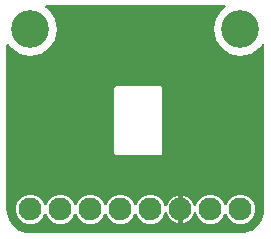
<source format=gbr>
G04 EAGLE Gerber RS-274X export*
G75*
%MOMM*%
%FSLAX34Y34*%
%LPD*%
%INBottom Copper*%
%IPPOS*%
%AMOC8*
5,1,8,0,0,1.08239X$1,22.5*%
G01*
%ADD10C,3.200000*%
%ADD11C,1.930400*%
%ADD12C,0.908000*%
%ADD13C,0.254000*%

G36*
X203222Y5083D02*
X203222Y5083D01*
X203300Y5085D01*
X206280Y5319D01*
X206347Y5333D01*
X206416Y5337D01*
X206572Y5377D01*
X212241Y7219D01*
X212348Y7270D01*
X212459Y7313D01*
X212510Y7346D01*
X212529Y7355D01*
X212544Y7368D01*
X212595Y7399D01*
X217416Y10903D01*
X217503Y10984D01*
X217595Y11060D01*
X217633Y11106D01*
X217648Y11120D01*
X217659Y11138D01*
X217697Y11184D01*
X221201Y16005D01*
X221258Y16110D01*
X221321Y16210D01*
X221344Y16266D01*
X221354Y16284D01*
X221359Y16304D01*
X221381Y16359D01*
X223223Y22028D01*
X223236Y22096D01*
X223258Y22161D01*
X223281Y22320D01*
X223515Y25300D01*
X223515Y25305D01*
X223516Y25308D01*
X223515Y25327D01*
X223519Y25400D01*
X223519Y163995D01*
X223506Y164098D01*
X223502Y164203D01*
X223486Y164255D01*
X223479Y164310D01*
X223441Y164407D01*
X223411Y164507D01*
X223383Y164555D01*
X223362Y164606D01*
X223301Y164690D01*
X223247Y164780D01*
X223208Y164819D01*
X223176Y164863D01*
X223095Y164930D01*
X223021Y165003D01*
X222973Y165031D01*
X222931Y165066D01*
X222836Y165111D01*
X222746Y165163D01*
X222693Y165178D01*
X222643Y165202D01*
X222540Y165221D01*
X222440Y165250D01*
X222385Y165251D01*
X222331Y165261D01*
X222226Y165255D01*
X222122Y165257D01*
X222068Y165245D01*
X222013Y165242D01*
X221914Y165209D01*
X221812Y165186D01*
X221763Y165161D01*
X221711Y165144D01*
X221622Y165088D01*
X221530Y165040D01*
X221488Y165003D01*
X221442Y164973D01*
X221370Y164897D01*
X221292Y164828D01*
X221239Y164757D01*
X221224Y164742D01*
X221217Y164729D01*
X221195Y164700D01*
X219234Y161766D01*
X211878Y156850D01*
X203200Y155124D01*
X194522Y156850D01*
X187166Y161766D01*
X182250Y169122D01*
X180524Y177800D01*
X182250Y186478D01*
X187166Y193834D01*
X190100Y195795D01*
X190179Y195863D01*
X190263Y195924D01*
X190298Y195967D01*
X190340Y196003D01*
X190399Y196089D01*
X190466Y196169D01*
X190489Y196219D01*
X190521Y196265D01*
X190557Y196363D01*
X190602Y196457D01*
X190612Y196511D01*
X190631Y196563D01*
X190642Y196667D01*
X190661Y196770D01*
X190658Y196825D01*
X190664Y196879D01*
X190648Y196983D01*
X190642Y197087D01*
X190625Y197139D01*
X190616Y197194D01*
X190576Y197290D01*
X190544Y197389D01*
X190514Y197436D01*
X190493Y197487D01*
X190429Y197570D01*
X190373Y197658D01*
X190333Y197696D01*
X190300Y197740D01*
X190218Y197805D01*
X190142Y197876D01*
X190094Y197903D01*
X190050Y197937D01*
X189955Y197979D01*
X189863Y198030D01*
X189810Y198043D01*
X189759Y198066D01*
X189656Y198083D01*
X189555Y198109D01*
X189467Y198115D01*
X189446Y198118D01*
X189431Y198117D01*
X189395Y198119D01*
X39205Y198119D01*
X39102Y198106D01*
X38997Y198102D01*
X38945Y198086D01*
X38890Y198079D01*
X38793Y198041D01*
X38693Y198011D01*
X38645Y197983D01*
X38594Y197962D01*
X38510Y197901D01*
X38420Y197847D01*
X38381Y197808D01*
X38337Y197776D01*
X38270Y197695D01*
X38197Y197621D01*
X38169Y197573D01*
X38134Y197531D01*
X38089Y197436D01*
X38037Y197346D01*
X38022Y197293D01*
X37998Y197243D01*
X37979Y197140D01*
X37950Y197040D01*
X37949Y196985D01*
X37939Y196931D01*
X37945Y196826D01*
X37943Y196722D01*
X37955Y196668D01*
X37958Y196613D01*
X37991Y196514D01*
X38014Y196412D01*
X38039Y196363D01*
X38056Y196311D01*
X38112Y196222D01*
X38160Y196130D01*
X38197Y196088D01*
X38227Y196042D01*
X38303Y195970D01*
X38372Y195892D01*
X38443Y195839D01*
X38458Y195824D01*
X38471Y195817D01*
X38500Y195795D01*
X41434Y193834D01*
X46350Y186478D01*
X48076Y177800D01*
X46350Y169122D01*
X41434Y161766D01*
X34078Y156850D01*
X25400Y155124D01*
X16722Y156850D01*
X9366Y161766D01*
X7405Y164700D01*
X7337Y164779D01*
X7276Y164863D01*
X7233Y164898D01*
X7197Y164940D01*
X7111Y164999D01*
X7031Y165066D01*
X6981Y165089D01*
X6935Y165121D01*
X6837Y165157D01*
X6743Y165202D01*
X6689Y165212D01*
X6637Y165231D01*
X6533Y165242D01*
X6430Y165261D01*
X6375Y165258D01*
X6321Y165264D01*
X6217Y165248D01*
X6113Y165242D01*
X6061Y165225D01*
X6006Y165216D01*
X5910Y165176D01*
X5811Y165144D01*
X5764Y165114D01*
X5713Y165093D01*
X5630Y165029D01*
X5542Y164973D01*
X5504Y164933D01*
X5460Y164900D01*
X5395Y164818D01*
X5324Y164742D01*
X5297Y164694D01*
X5263Y164650D01*
X5221Y164555D01*
X5170Y164463D01*
X5157Y164410D01*
X5134Y164359D01*
X5117Y164256D01*
X5091Y164155D01*
X5085Y164067D01*
X5082Y164046D01*
X5083Y164031D01*
X5081Y163995D01*
X5081Y25400D01*
X5083Y25378D01*
X5085Y25300D01*
X5319Y22320D01*
X5333Y22253D01*
X5337Y22184D01*
X5377Y22028D01*
X7219Y16359D01*
X7270Y16252D01*
X7313Y16141D01*
X7346Y16090D01*
X7355Y16071D01*
X7368Y16056D01*
X7399Y16005D01*
X10903Y11184D01*
X10984Y11097D01*
X11060Y11005D01*
X11106Y10967D01*
X11120Y10952D01*
X11138Y10941D01*
X11184Y10903D01*
X16005Y7399D01*
X16110Y7342D01*
X16210Y7279D01*
X16266Y7256D01*
X16284Y7246D01*
X16304Y7241D01*
X16359Y7219D01*
X22028Y5377D01*
X22096Y5364D01*
X22161Y5342D01*
X22320Y5319D01*
X25300Y5085D01*
X25322Y5086D01*
X25400Y5081D01*
X203200Y5081D01*
X203222Y5083D01*
G37*
%LPC*%
G36*
X22975Y13207D02*
X22975Y13207D01*
X18493Y15063D01*
X15063Y18493D01*
X13207Y22975D01*
X13207Y27825D01*
X15063Y32307D01*
X18493Y35737D01*
X22975Y37593D01*
X27825Y37593D01*
X32307Y35737D01*
X35737Y32307D01*
X36927Y29432D01*
X36996Y29311D01*
X37061Y29188D01*
X37075Y29173D01*
X37085Y29155D01*
X37182Y29055D01*
X37275Y28953D01*
X37292Y28941D01*
X37306Y28927D01*
X37424Y28854D01*
X37541Y28778D01*
X37560Y28771D01*
X37577Y28761D01*
X37710Y28720D01*
X37842Y28675D01*
X37862Y28673D01*
X37881Y28667D01*
X38020Y28660D01*
X38159Y28649D01*
X38179Y28653D01*
X38199Y28652D01*
X38335Y28680D01*
X38472Y28704D01*
X38491Y28712D01*
X38510Y28716D01*
X38635Y28777D01*
X38762Y28834D01*
X38778Y28847D01*
X38796Y28856D01*
X38902Y28946D01*
X39010Y29033D01*
X39023Y29049D01*
X39038Y29062D01*
X39118Y29176D01*
X39202Y29287D01*
X39214Y29312D01*
X39221Y29322D01*
X39228Y29342D01*
X39273Y29432D01*
X40463Y32307D01*
X43893Y35737D01*
X48375Y37593D01*
X53225Y37593D01*
X57707Y35737D01*
X61137Y32307D01*
X62327Y29432D01*
X62396Y29311D01*
X62461Y29188D01*
X62475Y29173D01*
X62485Y29155D01*
X62582Y29055D01*
X62675Y28953D01*
X62692Y28941D01*
X62706Y28927D01*
X62824Y28854D01*
X62941Y28778D01*
X62960Y28771D01*
X62977Y28761D01*
X63110Y28720D01*
X63242Y28675D01*
X63262Y28673D01*
X63281Y28667D01*
X63420Y28660D01*
X63559Y28649D01*
X63579Y28653D01*
X63599Y28652D01*
X63735Y28680D01*
X63872Y28704D01*
X63891Y28712D01*
X63910Y28716D01*
X64035Y28777D01*
X64162Y28834D01*
X64178Y28847D01*
X64196Y28856D01*
X64302Y28946D01*
X64410Y29033D01*
X64423Y29049D01*
X64438Y29062D01*
X64518Y29176D01*
X64602Y29287D01*
X64614Y29312D01*
X64621Y29322D01*
X64628Y29342D01*
X64673Y29432D01*
X65863Y32307D01*
X69293Y35737D01*
X73775Y37593D01*
X78625Y37593D01*
X83107Y35737D01*
X86537Y32307D01*
X87727Y29432D01*
X87796Y29311D01*
X87861Y29188D01*
X87875Y29173D01*
X87885Y29155D01*
X87982Y29055D01*
X88075Y28953D01*
X88092Y28941D01*
X88106Y28927D01*
X88224Y28854D01*
X88341Y28778D01*
X88360Y28771D01*
X88377Y28761D01*
X88510Y28720D01*
X88642Y28675D01*
X88662Y28673D01*
X88681Y28667D01*
X88820Y28660D01*
X88959Y28649D01*
X88979Y28653D01*
X88999Y28652D01*
X89135Y28680D01*
X89272Y28704D01*
X89291Y28712D01*
X89310Y28716D01*
X89435Y28777D01*
X89562Y28834D01*
X89578Y28847D01*
X89596Y28856D01*
X89702Y28946D01*
X89810Y29033D01*
X89823Y29049D01*
X89838Y29062D01*
X89918Y29176D01*
X90002Y29287D01*
X90014Y29312D01*
X90021Y29322D01*
X90028Y29342D01*
X90073Y29432D01*
X91263Y32307D01*
X94693Y35737D01*
X99175Y37593D01*
X104025Y37593D01*
X108507Y35737D01*
X111937Y32307D01*
X113127Y29432D01*
X113196Y29311D01*
X113261Y29188D01*
X113275Y29173D01*
X113285Y29155D01*
X113382Y29055D01*
X113475Y28953D01*
X113492Y28941D01*
X113506Y28927D01*
X113624Y28854D01*
X113741Y28778D01*
X113760Y28771D01*
X113777Y28761D01*
X113910Y28720D01*
X114042Y28675D01*
X114062Y28673D01*
X114081Y28667D01*
X114220Y28660D01*
X114359Y28649D01*
X114379Y28653D01*
X114399Y28652D01*
X114535Y28680D01*
X114672Y28704D01*
X114691Y28712D01*
X114710Y28716D01*
X114835Y28777D01*
X114962Y28834D01*
X114978Y28847D01*
X114996Y28856D01*
X115102Y28946D01*
X115210Y29033D01*
X115223Y29049D01*
X115238Y29062D01*
X115318Y29176D01*
X115402Y29287D01*
X115414Y29312D01*
X115421Y29322D01*
X115428Y29342D01*
X115473Y29432D01*
X116663Y32307D01*
X120093Y35737D01*
X124575Y37593D01*
X129425Y37593D01*
X133907Y35737D01*
X137337Y32307D01*
X138834Y28691D01*
X138845Y28673D01*
X138850Y28657D01*
X138853Y28651D01*
X138858Y28637D01*
X138927Y28528D01*
X138992Y28415D01*
X139012Y28394D01*
X139028Y28368D01*
X139123Y28280D01*
X139213Y28187D01*
X139238Y28171D01*
X139260Y28151D01*
X139374Y28088D01*
X139484Y28020D01*
X139512Y28012D01*
X139539Y27997D01*
X139664Y27965D01*
X139788Y27927D01*
X139818Y27925D01*
X139847Y27918D01*
X139976Y27918D01*
X140106Y27912D01*
X140135Y27918D01*
X140165Y27918D01*
X140290Y27950D01*
X140417Y27976D01*
X140444Y27989D01*
X140473Y27996D01*
X140586Y28059D01*
X140703Y28116D01*
X140725Y28135D01*
X140752Y28149D01*
X140846Y28238D01*
X140945Y28322D01*
X140962Y28347D01*
X140984Y28367D01*
X141053Y28476D01*
X141063Y28491D01*
X141084Y28516D01*
X141091Y28529D01*
X141128Y28582D01*
X141138Y28610D01*
X141154Y28635D01*
X141214Y28785D01*
X141220Y28803D01*
X141220Y28804D01*
X141571Y29885D01*
X142406Y31524D01*
X143487Y33012D01*
X144788Y34313D01*
X146276Y35394D01*
X147915Y36229D01*
X149664Y36797D01*
X149901Y36835D01*
X149901Y26630D01*
X149916Y26512D01*
X149923Y26393D01*
X149935Y26355D01*
X149941Y26315D01*
X149984Y26204D01*
X150021Y26091D01*
X150043Y26057D01*
X150058Y26019D01*
X150127Y25923D01*
X150191Y25822D01*
X150221Y25794D01*
X150244Y25762D01*
X150336Y25686D01*
X150423Y25604D01*
X150458Y25585D01*
X150489Y25559D01*
X150597Y25508D01*
X150701Y25451D01*
X150741Y25441D01*
X150777Y25423D01*
X150884Y25403D01*
X150854Y25399D01*
X150744Y25355D01*
X150631Y25319D01*
X150596Y25297D01*
X150559Y25282D01*
X150462Y25212D01*
X150362Y25149D01*
X150334Y25119D01*
X150301Y25095D01*
X150225Y25004D01*
X150144Y24917D01*
X150124Y24882D01*
X150099Y24850D01*
X150048Y24743D01*
X149990Y24638D01*
X149980Y24599D01*
X149963Y24563D01*
X149941Y24446D01*
X149911Y24330D01*
X149907Y24270D01*
X149903Y24250D01*
X149905Y24230D01*
X149901Y24170D01*
X149901Y13965D01*
X149664Y14003D01*
X147915Y14571D01*
X146276Y15406D01*
X144788Y16487D01*
X143487Y17788D01*
X142406Y19276D01*
X141571Y20915D01*
X141214Y22015D01*
X141201Y22042D01*
X141194Y22071D01*
X141171Y22115D01*
X141169Y22120D01*
X141163Y22131D01*
X141133Y22186D01*
X141078Y22303D01*
X141059Y22326D01*
X141045Y22352D01*
X140958Y22448D01*
X140876Y22548D01*
X140852Y22566D01*
X140831Y22588D01*
X140723Y22659D01*
X140618Y22735D01*
X140591Y22746D01*
X140566Y22762D01*
X140443Y22804D01*
X140323Y22852D01*
X140293Y22856D01*
X140265Y22866D01*
X140136Y22876D01*
X140007Y22892D01*
X139978Y22888D01*
X139948Y22891D01*
X139820Y22869D01*
X139692Y22853D01*
X139664Y22842D01*
X139635Y22836D01*
X139517Y22783D01*
X139396Y22736D01*
X139372Y22718D01*
X139345Y22706D01*
X139244Y22625D01*
X139139Y22549D01*
X139120Y22526D01*
X139096Y22507D01*
X139018Y22404D01*
X138936Y22304D01*
X138923Y22277D01*
X138905Y22253D01*
X138834Y22109D01*
X137337Y18493D01*
X133907Y15063D01*
X129425Y13207D01*
X124575Y13207D01*
X120093Y15063D01*
X116663Y18493D01*
X115473Y21368D01*
X115404Y21489D01*
X115339Y21612D01*
X115325Y21627D01*
X115315Y21645D01*
X115218Y21745D01*
X115125Y21847D01*
X115108Y21859D01*
X115094Y21873D01*
X114975Y21946D01*
X114859Y22022D01*
X114840Y22029D01*
X114823Y22039D01*
X114690Y22080D01*
X114558Y22125D01*
X114538Y22127D01*
X114519Y22133D01*
X114380Y22140D01*
X114241Y22151D01*
X114221Y22147D01*
X114201Y22148D01*
X114065Y22120D01*
X113928Y22096D01*
X113909Y22088D01*
X113890Y22084D01*
X113764Y22023D01*
X113638Y21966D01*
X113622Y21953D01*
X113604Y21944D01*
X113498Y21854D01*
X113390Y21767D01*
X113377Y21751D01*
X113362Y21738D01*
X113282Y21624D01*
X113198Y21513D01*
X113186Y21488D01*
X113179Y21478D01*
X113172Y21458D01*
X113127Y21368D01*
X111937Y18493D01*
X108507Y15063D01*
X104025Y13207D01*
X99175Y13207D01*
X94693Y15063D01*
X91263Y18493D01*
X90073Y21368D01*
X90004Y21489D01*
X89939Y21612D01*
X89925Y21627D01*
X89915Y21645D01*
X89818Y21745D01*
X89725Y21847D01*
X89708Y21859D01*
X89694Y21873D01*
X89575Y21946D01*
X89459Y22022D01*
X89440Y22029D01*
X89423Y22039D01*
X89290Y22080D01*
X89158Y22125D01*
X89138Y22127D01*
X89119Y22133D01*
X88980Y22140D01*
X88841Y22151D01*
X88821Y22147D01*
X88801Y22148D01*
X88665Y22120D01*
X88528Y22096D01*
X88509Y22088D01*
X88490Y22084D01*
X88364Y22023D01*
X88238Y21966D01*
X88222Y21953D01*
X88204Y21944D01*
X88098Y21854D01*
X87990Y21767D01*
X87977Y21751D01*
X87962Y21738D01*
X87882Y21624D01*
X87798Y21513D01*
X87786Y21488D01*
X87779Y21478D01*
X87772Y21458D01*
X87727Y21368D01*
X86537Y18493D01*
X83107Y15063D01*
X78625Y13207D01*
X73775Y13207D01*
X69293Y15063D01*
X65863Y18493D01*
X64673Y21368D01*
X64604Y21489D01*
X64539Y21612D01*
X64525Y21627D01*
X64515Y21645D01*
X64418Y21745D01*
X64325Y21847D01*
X64308Y21859D01*
X64294Y21873D01*
X64175Y21946D01*
X64059Y22022D01*
X64040Y22029D01*
X64023Y22039D01*
X63890Y22080D01*
X63758Y22125D01*
X63738Y22127D01*
X63719Y22133D01*
X63580Y22140D01*
X63441Y22151D01*
X63421Y22147D01*
X63401Y22148D01*
X63265Y22120D01*
X63128Y22096D01*
X63109Y22088D01*
X63090Y22084D01*
X62964Y22023D01*
X62838Y21966D01*
X62822Y21953D01*
X62804Y21944D01*
X62698Y21854D01*
X62590Y21767D01*
X62577Y21751D01*
X62562Y21738D01*
X62482Y21624D01*
X62398Y21513D01*
X62386Y21488D01*
X62379Y21478D01*
X62372Y21458D01*
X62327Y21368D01*
X61137Y18493D01*
X57707Y15063D01*
X53225Y13207D01*
X48375Y13207D01*
X43893Y15063D01*
X40463Y18493D01*
X39273Y21368D01*
X39204Y21489D01*
X39139Y21612D01*
X39125Y21627D01*
X39115Y21645D01*
X39018Y21745D01*
X38925Y21847D01*
X38908Y21859D01*
X38894Y21873D01*
X38775Y21946D01*
X38659Y22022D01*
X38640Y22029D01*
X38623Y22039D01*
X38490Y22080D01*
X38358Y22125D01*
X38338Y22127D01*
X38319Y22133D01*
X38180Y22140D01*
X38041Y22151D01*
X38021Y22147D01*
X38001Y22148D01*
X37865Y22120D01*
X37728Y22096D01*
X37709Y22088D01*
X37690Y22084D01*
X37564Y22023D01*
X37438Y21966D01*
X37422Y21953D01*
X37404Y21944D01*
X37298Y21854D01*
X37190Y21767D01*
X37177Y21751D01*
X37162Y21738D01*
X37082Y21624D01*
X36998Y21513D01*
X36986Y21488D01*
X36979Y21478D01*
X36972Y21458D01*
X36927Y21368D01*
X35737Y18493D01*
X32307Y15063D01*
X27825Y13207D01*
X22975Y13207D01*
G37*
%LPD*%
%LPC*%
G36*
X98008Y71119D02*
X98008Y71119D01*
X96519Y72608D01*
X96519Y128052D01*
X98008Y129541D01*
X135672Y129541D01*
X137161Y128052D01*
X137161Y72608D01*
X135672Y71119D01*
X98008Y71119D01*
G37*
%LPD*%
%LPC*%
G36*
X175375Y13207D02*
X175375Y13207D01*
X170893Y15063D01*
X167463Y18493D01*
X165966Y22109D01*
X165960Y22119D01*
X165960Y22120D01*
X165956Y22126D01*
X165951Y22135D01*
X165942Y22163D01*
X165873Y22272D01*
X165808Y22385D01*
X165788Y22406D01*
X165772Y22432D01*
X165677Y22520D01*
X165587Y22613D01*
X165562Y22629D01*
X165540Y22649D01*
X165426Y22712D01*
X165316Y22780D01*
X165288Y22788D01*
X165261Y22803D01*
X165136Y22835D01*
X165012Y22873D01*
X164982Y22875D01*
X164953Y22882D01*
X164824Y22882D01*
X164694Y22888D01*
X164665Y22882D01*
X164635Y22882D01*
X164510Y22850D01*
X164383Y22824D01*
X164356Y22811D01*
X164327Y22804D01*
X164214Y22741D01*
X164097Y22684D01*
X164075Y22665D01*
X164048Y22651D01*
X163954Y22562D01*
X163855Y22478D01*
X163838Y22453D01*
X163816Y22433D01*
X163747Y22324D01*
X163672Y22218D01*
X163662Y22190D01*
X163646Y22165D01*
X163586Y22015D01*
X163229Y20915D01*
X162394Y19276D01*
X161313Y17788D01*
X160012Y16487D01*
X158524Y15406D01*
X156885Y14571D01*
X155136Y14003D01*
X154899Y13965D01*
X154899Y24170D01*
X154884Y24288D01*
X154877Y24407D01*
X154864Y24445D01*
X154859Y24485D01*
X154816Y24596D01*
X154779Y24709D01*
X154757Y24743D01*
X154742Y24781D01*
X154673Y24877D01*
X154609Y24978D01*
X154579Y25006D01*
X154556Y25038D01*
X154464Y25114D01*
X154377Y25196D01*
X154342Y25215D01*
X154311Y25241D01*
X154203Y25292D01*
X154099Y25349D01*
X154059Y25359D01*
X154023Y25377D01*
X153916Y25397D01*
X153946Y25401D01*
X154056Y25445D01*
X154169Y25481D01*
X154204Y25503D01*
X154241Y25518D01*
X154337Y25588D01*
X154438Y25651D01*
X154466Y25681D01*
X154499Y25705D01*
X154575Y25796D01*
X154656Y25883D01*
X154676Y25918D01*
X154701Y25950D01*
X154752Y26057D01*
X154810Y26162D01*
X154820Y26201D01*
X154837Y26237D01*
X154859Y26354D01*
X154889Y26470D01*
X154893Y26530D01*
X154897Y26550D01*
X154895Y26570D01*
X154896Y26571D01*
X154897Y26577D01*
X154896Y26584D01*
X154899Y26630D01*
X154899Y36835D01*
X155136Y36797D01*
X156885Y36229D01*
X158524Y35394D01*
X160012Y34313D01*
X161313Y33012D01*
X162394Y31524D01*
X163229Y29885D01*
X163586Y28785D01*
X163599Y28758D01*
X163606Y28729D01*
X163629Y28685D01*
X163638Y28657D01*
X163670Y28607D01*
X163722Y28497D01*
X163741Y28474D01*
X163755Y28448D01*
X163808Y28389D01*
X163808Y28388D01*
X163810Y28387D01*
X163842Y28352D01*
X163924Y28252D01*
X163948Y28234D01*
X163969Y28212D01*
X164077Y28141D01*
X164182Y28065D01*
X164209Y28054D01*
X164234Y28038D01*
X164357Y27996D01*
X164477Y27948D01*
X164507Y27944D01*
X164535Y27934D01*
X164664Y27924D01*
X164793Y27908D01*
X164822Y27912D01*
X164852Y27909D01*
X164980Y27931D01*
X165108Y27947D01*
X165136Y27958D01*
X165165Y27964D01*
X165283Y28017D01*
X165404Y28064D01*
X165428Y28082D01*
X165455Y28094D01*
X165556Y28175D01*
X165661Y28251D01*
X165680Y28274D01*
X165704Y28293D01*
X165782Y28396D01*
X165864Y28496D01*
X165877Y28523D01*
X165895Y28547D01*
X165966Y28691D01*
X167463Y32307D01*
X170893Y35737D01*
X175375Y37593D01*
X180225Y37593D01*
X184707Y35737D01*
X188137Y32307D01*
X189327Y29432D01*
X189396Y29311D01*
X189461Y29188D01*
X189475Y29173D01*
X189485Y29155D01*
X189582Y29055D01*
X189675Y28953D01*
X189692Y28941D01*
X189706Y28927D01*
X189824Y28854D01*
X189941Y28778D01*
X189960Y28771D01*
X189977Y28761D01*
X190110Y28720D01*
X190242Y28675D01*
X190262Y28673D01*
X190281Y28667D01*
X190420Y28660D01*
X190559Y28649D01*
X190579Y28653D01*
X190599Y28652D01*
X190735Y28680D01*
X190872Y28704D01*
X190890Y28712D01*
X190910Y28716D01*
X191036Y28778D01*
X191162Y28834D01*
X191178Y28847D01*
X191196Y28856D01*
X191302Y28947D01*
X191410Y29033D01*
X191423Y29049D01*
X191438Y29062D01*
X191518Y29176D01*
X191602Y29287D01*
X191614Y29312D01*
X191621Y29322D01*
X191628Y29342D01*
X191673Y29432D01*
X192863Y32307D01*
X196293Y35737D01*
X200775Y37593D01*
X205625Y37593D01*
X210107Y35737D01*
X213537Y32307D01*
X215393Y27825D01*
X215393Y22975D01*
X213537Y18493D01*
X210107Y15063D01*
X205625Y13207D01*
X200775Y13207D01*
X196293Y15063D01*
X192863Y18493D01*
X191673Y21368D01*
X191604Y21489D01*
X191539Y21612D01*
X191525Y21627D01*
X191515Y21645D01*
X191418Y21744D01*
X191325Y21847D01*
X191308Y21859D01*
X191294Y21873D01*
X191175Y21946D01*
X191059Y22022D01*
X191040Y22029D01*
X191023Y22039D01*
X190890Y22080D01*
X190758Y22125D01*
X190738Y22127D01*
X190719Y22133D01*
X190580Y22140D01*
X190441Y22151D01*
X190421Y22147D01*
X190401Y22148D01*
X190265Y22120D01*
X190128Y22096D01*
X190109Y22088D01*
X190090Y22084D01*
X189964Y22022D01*
X189838Y21966D01*
X189822Y21953D01*
X189804Y21944D01*
X189698Y21854D01*
X189590Y21767D01*
X189577Y21751D01*
X189562Y21738D01*
X189482Y21624D01*
X189398Y21513D01*
X189386Y21488D01*
X189379Y21478D01*
X189372Y21458D01*
X189327Y21368D01*
X188137Y18493D01*
X184707Y15063D01*
X180225Y13207D01*
X175375Y13207D01*
G37*
%LPD*%
D10*
X25400Y177800D03*
X203200Y177800D03*
D11*
X25400Y25400D03*
X50800Y25400D03*
X76200Y25400D03*
X101600Y25400D03*
X127000Y25400D03*
X152400Y25400D03*
X177800Y25400D03*
X203200Y25400D03*
D12*
X129540Y59690D03*
X167640Y68580D03*
X172720Y93980D03*
X129540Y135890D03*
X144780Y93980D03*
D13*
X147320Y93980D01*
M02*

</source>
